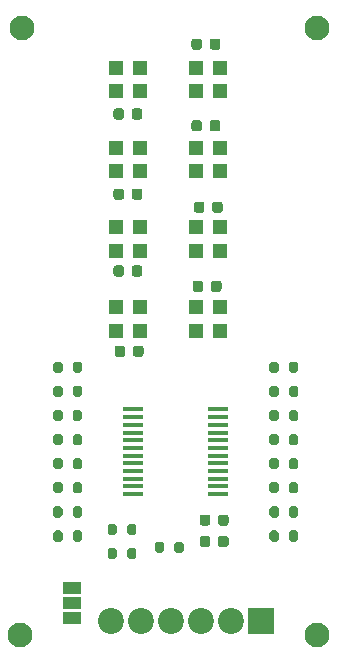
<source format=gts>
%TF.GenerationSoftware,KiCad,Pcbnew,(5.1.12)-1*%
%TF.CreationDate,2022-08-18T12:28:12-07:00*%
%TF.ProjectId,HighPressureSensorArray,48696768-5072-4657-9373-75726553656e,rev?*%
%TF.SameCoordinates,Original*%
%TF.FileFunction,Soldermask,Top*%
%TF.FilePolarity,Negative*%
%FSLAX46Y46*%
G04 Gerber Fmt 4.6, Leading zero omitted, Abs format (unit mm)*
G04 Created by KiCad (PCBNEW (5.1.12)-1) date 2022-08-18 12:28:12*
%MOMM*%
%LPD*%
G01*
G04 APERTURE LIST*
%ADD10R,1.750000X0.450000*%
%ADD11R,1.300000X1.300000*%
%ADD12C,2.100000*%
%ADD13R,1.500000X1.000000*%
%ADD14R,2.200000X2.200000*%
%ADD15C,2.200000*%
G04 APERTURE END LIST*
G36*
G01*
X126325000Y-51550000D02*
X126325000Y-51050000D01*
G75*
G02*
X126550000Y-50825000I225000J0D01*
G01*
X127000000Y-50825000D01*
G75*
G02*
X127225000Y-51050000I0J-225000D01*
G01*
X127225000Y-51550000D01*
G75*
G02*
X127000000Y-51775000I-225000J0D01*
G01*
X126550000Y-51775000D01*
G75*
G02*
X126325000Y-51550000I0J225000D01*
G01*
G37*
G36*
G01*
X124775000Y-51550000D02*
X124775000Y-51050000D01*
G75*
G02*
X125000000Y-50825000I225000J0D01*
G01*
X125450000Y-50825000D01*
G75*
G02*
X125675000Y-51050000I0J-225000D01*
G01*
X125675000Y-51550000D01*
G75*
G02*
X125450000Y-51775000I-225000J0D01*
G01*
X125000000Y-51775000D01*
G75*
G02*
X124775000Y-51550000I0J225000D01*
G01*
G37*
G36*
G01*
X124775000Y-58350000D02*
X124775000Y-57850000D01*
G75*
G02*
X125000000Y-57625000I225000J0D01*
G01*
X125450000Y-57625000D01*
G75*
G02*
X125675000Y-57850000I0J-225000D01*
G01*
X125675000Y-58350000D01*
G75*
G02*
X125450000Y-58575000I-225000J0D01*
G01*
X125000000Y-58575000D01*
G75*
G02*
X124775000Y-58350000I0J225000D01*
G01*
G37*
G36*
G01*
X126325000Y-58350000D02*
X126325000Y-57850000D01*
G75*
G02*
X126550000Y-57625000I225000J0D01*
G01*
X127000000Y-57625000D01*
G75*
G02*
X127225000Y-57850000I0J-225000D01*
G01*
X127225000Y-58350000D01*
G75*
G02*
X127000000Y-58575000I-225000J0D01*
G01*
X126550000Y-58575000D01*
G75*
G02*
X126325000Y-58350000I0J225000D01*
G01*
G37*
G36*
G01*
X126325000Y-64850000D02*
X126325000Y-64350000D01*
G75*
G02*
X126550000Y-64125000I225000J0D01*
G01*
X127000000Y-64125000D01*
G75*
G02*
X127225000Y-64350000I0J-225000D01*
G01*
X127225000Y-64850000D01*
G75*
G02*
X127000000Y-65075000I-225000J0D01*
G01*
X126550000Y-65075000D01*
G75*
G02*
X126325000Y-64850000I0J225000D01*
G01*
G37*
G36*
G01*
X124775000Y-64850000D02*
X124775000Y-64350000D01*
G75*
G02*
X125000000Y-64125000I225000J0D01*
G01*
X125450000Y-64125000D01*
G75*
G02*
X125675000Y-64350000I0J-225000D01*
G01*
X125675000Y-64850000D01*
G75*
G02*
X125450000Y-65075000I-225000J0D01*
G01*
X125000000Y-65075000D01*
G75*
G02*
X124775000Y-64850000I0J225000D01*
G01*
G37*
G36*
G01*
X124875000Y-71650000D02*
X124875000Y-71150000D01*
G75*
G02*
X125100000Y-70925000I225000J0D01*
G01*
X125550000Y-70925000D01*
G75*
G02*
X125775000Y-71150000I0J-225000D01*
G01*
X125775000Y-71650000D01*
G75*
G02*
X125550000Y-71875000I-225000J0D01*
G01*
X125100000Y-71875000D01*
G75*
G02*
X124875000Y-71650000I0J225000D01*
G01*
G37*
G36*
G01*
X126425000Y-71650000D02*
X126425000Y-71150000D01*
G75*
G02*
X126650000Y-70925000I225000J0D01*
G01*
X127100000Y-70925000D01*
G75*
G02*
X127325000Y-71150000I0J-225000D01*
G01*
X127325000Y-71650000D01*
G75*
G02*
X127100000Y-71875000I-225000J0D01*
G01*
X126650000Y-71875000D01*
G75*
G02*
X126425000Y-71650000I0J225000D01*
G01*
G37*
G36*
G01*
X132275000Y-45150000D02*
X132275000Y-45650000D01*
G75*
G02*
X132050000Y-45875000I-225000J0D01*
G01*
X131600000Y-45875000D01*
G75*
G02*
X131375000Y-45650000I0J225000D01*
G01*
X131375000Y-45150000D01*
G75*
G02*
X131600000Y-44925000I225000J0D01*
G01*
X132050000Y-44925000D01*
G75*
G02*
X132275000Y-45150000I0J-225000D01*
G01*
G37*
G36*
G01*
X133825000Y-45150000D02*
X133825000Y-45650000D01*
G75*
G02*
X133600000Y-45875000I-225000J0D01*
G01*
X133150000Y-45875000D01*
G75*
G02*
X132925000Y-45650000I0J225000D01*
G01*
X132925000Y-45150000D01*
G75*
G02*
X133150000Y-44925000I225000J0D01*
G01*
X133600000Y-44925000D01*
G75*
G02*
X133825000Y-45150000I0J-225000D01*
G01*
G37*
G36*
G01*
X133825000Y-52050000D02*
X133825000Y-52550000D01*
G75*
G02*
X133600000Y-52775000I-225000J0D01*
G01*
X133150000Y-52775000D01*
G75*
G02*
X132925000Y-52550000I0J225000D01*
G01*
X132925000Y-52050000D01*
G75*
G02*
X133150000Y-51825000I225000J0D01*
G01*
X133600000Y-51825000D01*
G75*
G02*
X133825000Y-52050000I0J-225000D01*
G01*
G37*
G36*
G01*
X132275000Y-52050000D02*
X132275000Y-52550000D01*
G75*
G02*
X132050000Y-52775000I-225000J0D01*
G01*
X131600000Y-52775000D01*
G75*
G02*
X131375000Y-52550000I0J225000D01*
G01*
X131375000Y-52050000D01*
G75*
G02*
X131600000Y-51825000I225000J0D01*
G01*
X132050000Y-51825000D01*
G75*
G02*
X132275000Y-52050000I0J-225000D01*
G01*
G37*
G36*
G01*
X134025000Y-58950000D02*
X134025000Y-59450000D01*
G75*
G02*
X133800000Y-59675000I-225000J0D01*
G01*
X133350000Y-59675000D01*
G75*
G02*
X133125000Y-59450000I0J225000D01*
G01*
X133125000Y-58950000D01*
G75*
G02*
X133350000Y-58725000I225000J0D01*
G01*
X133800000Y-58725000D01*
G75*
G02*
X134025000Y-58950000I0J-225000D01*
G01*
G37*
G36*
G01*
X132475000Y-58950000D02*
X132475000Y-59450000D01*
G75*
G02*
X132250000Y-59675000I-225000J0D01*
G01*
X131800000Y-59675000D01*
G75*
G02*
X131575000Y-59450000I0J225000D01*
G01*
X131575000Y-58950000D01*
G75*
G02*
X131800000Y-58725000I225000J0D01*
G01*
X132250000Y-58725000D01*
G75*
G02*
X132475000Y-58950000I0J-225000D01*
G01*
G37*
G36*
G01*
X132375000Y-65650000D02*
X132375000Y-66150000D01*
G75*
G02*
X132150000Y-66375000I-225000J0D01*
G01*
X131700000Y-66375000D01*
G75*
G02*
X131475000Y-66150000I0J225000D01*
G01*
X131475000Y-65650000D01*
G75*
G02*
X131700000Y-65425000I225000J0D01*
G01*
X132150000Y-65425000D01*
G75*
G02*
X132375000Y-65650000I0J-225000D01*
G01*
G37*
G36*
G01*
X133925000Y-65650000D02*
X133925000Y-66150000D01*
G75*
G02*
X133700000Y-66375000I-225000J0D01*
G01*
X133250000Y-66375000D01*
G75*
G02*
X133025000Y-66150000I0J225000D01*
G01*
X133025000Y-65650000D01*
G75*
G02*
X133250000Y-65425000I225000J0D01*
G01*
X133700000Y-65425000D01*
G75*
G02*
X133925000Y-65650000I0J-225000D01*
G01*
G37*
G36*
G01*
X132075000Y-85950000D02*
X132075000Y-85450000D01*
G75*
G02*
X132300000Y-85225000I225000J0D01*
G01*
X132750000Y-85225000D01*
G75*
G02*
X132975000Y-85450000I0J-225000D01*
G01*
X132975000Y-85950000D01*
G75*
G02*
X132750000Y-86175000I-225000J0D01*
G01*
X132300000Y-86175000D01*
G75*
G02*
X132075000Y-85950000I0J225000D01*
G01*
G37*
G36*
G01*
X133625000Y-85950000D02*
X133625000Y-85450000D01*
G75*
G02*
X133850000Y-85225000I225000J0D01*
G01*
X134300000Y-85225000D01*
G75*
G02*
X134525000Y-85450000I0J-225000D01*
G01*
X134525000Y-85950000D01*
G75*
G02*
X134300000Y-86175000I-225000J0D01*
G01*
X133850000Y-86175000D01*
G75*
G02*
X133625000Y-85950000I0J225000D01*
G01*
G37*
G36*
G01*
X133625000Y-87750000D02*
X133625000Y-87250000D01*
G75*
G02*
X133850000Y-87025000I225000J0D01*
G01*
X134300000Y-87025000D01*
G75*
G02*
X134525000Y-87250000I0J-225000D01*
G01*
X134525000Y-87750000D01*
G75*
G02*
X134300000Y-87975000I-225000J0D01*
G01*
X133850000Y-87975000D01*
G75*
G02*
X133625000Y-87750000I0J225000D01*
G01*
G37*
G36*
G01*
X132075000Y-87750000D02*
X132075000Y-87250000D01*
G75*
G02*
X132300000Y-87025000I225000J0D01*
G01*
X132750000Y-87025000D01*
G75*
G02*
X132975000Y-87250000I0J-225000D01*
G01*
X132975000Y-87750000D01*
G75*
G02*
X132750000Y-87975000I-225000J0D01*
G01*
X132300000Y-87975000D01*
G75*
G02*
X132075000Y-87750000I0J225000D01*
G01*
G37*
G36*
G01*
X138775000Y-74522958D02*
X138775000Y-75072958D01*
G75*
G02*
X138575000Y-75272958I-200000J0D01*
G01*
X138175000Y-75272958D01*
G75*
G02*
X137975000Y-75072958I0J200000D01*
G01*
X137975000Y-74522958D01*
G75*
G02*
X138175000Y-74322958I200000J0D01*
G01*
X138575000Y-74322958D01*
G75*
G02*
X138775000Y-74522958I0J-200000D01*
G01*
G37*
G36*
G01*
X140425000Y-74522958D02*
X140425000Y-75072958D01*
G75*
G02*
X140225000Y-75272958I-200000J0D01*
G01*
X139825000Y-75272958D01*
G75*
G02*
X139625000Y-75072958I0J200000D01*
G01*
X139625000Y-74522958D01*
G75*
G02*
X139825000Y-74322958I200000J0D01*
G01*
X140225000Y-74322958D01*
G75*
G02*
X140425000Y-74522958I0J-200000D01*
G01*
G37*
G36*
G01*
X140425000Y-72482142D02*
X140425000Y-73032142D01*
G75*
G02*
X140225000Y-73232142I-200000J0D01*
G01*
X139825000Y-73232142D01*
G75*
G02*
X139625000Y-73032142I0J200000D01*
G01*
X139625000Y-72482142D01*
G75*
G02*
X139825000Y-72282142I200000J0D01*
G01*
X140225000Y-72282142D01*
G75*
G02*
X140425000Y-72482142I0J-200000D01*
G01*
G37*
G36*
G01*
X138775000Y-72482142D02*
X138775000Y-73032142D01*
G75*
G02*
X138575000Y-73232142I-200000J0D01*
G01*
X138175000Y-73232142D01*
G75*
G02*
X137975000Y-73032142I0J200000D01*
G01*
X137975000Y-72482142D01*
G75*
G02*
X138175000Y-72282142I200000J0D01*
G01*
X138575000Y-72282142D01*
G75*
G02*
X138775000Y-72482142I0J-200000D01*
G01*
G37*
G36*
G01*
X140425000Y-78604590D02*
X140425000Y-79154590D01*
G75*
G02*
X140225000Y-79354590I-200000J0D01*
G01*
X139825000Y-79354590D01*
G75*
G02*
X139625000Y-79154590I0J200000D01*
G01*
X139625000Y-78604590D01*
G75*
G02*
X139825000Y-78404590I200000J0D01*
G01*
X140225000Y-78404590D01*
G75*
G02*
X140425000Y-78604590I0J-200000D01*
G01*
G37*
G36*
G01*
X138775000Y-78604590D02*
X138775000Y-79154590D01*
G75*
G02*
X138575000Y-79354590I-200000J0D01*
G01*
X138175000Y-79354590D01*
G75*
G02*
X137975000Y-79154590I0J200000D01*
G01*
X137975000Y-78604590D01*
G75*
G02*
X138175000Y-78404590I200000J0D01*
G01*
X138575000Y-78404590D01*
G75*
G02*
X138775000Y-78604590I0J-200000D01*
G01*
G37*
G36*
G01*
X138775000Y-76563774D02*
X138775000Y-77113774D01*
G75*
G02*
X138575000Y-77313774I-200000J0D01*
G01*
X138175000Y-77313774D01*
G75*
G02*
X137975000Y-77113774I0J200000D01*
G01*
X137975000Y-76563774D01*
G75*
G02*
X138175000Y-76363774I200000J0D01*
G01*
X138575000Y-76363774D01*
G75*
G02*
X138775000Y-76563774I0J-200000D01*
G01*
G37*
G36*
G01*
X140425000Y-76563774D02*
X140425000Y-77113774D01*
G75*
G02*
X140225000Y-77313774I-200000J0D01*
G01*
X139825000Y-77313774D01*
G75*
G02*
X139625000Y-77113774I0J200000D01*
G01*
X139625000Y-76563774D01*
G75*
G02*
X139825000Y-76363774I200000J0D01*
G01*
X140225000Y-76363774D01*
G75*
G02*
X140425000Y-76563774I0J-200000D01*
G01*
G37*
G36*
G01*
X138775000Y-82686222D02*
X138775000Y-83236222D01*
G75*
G02*
X138575000Y-83436222I-200000J0D01*
G01*
X138175000Y-83436222D01*
G75*
G02*
X137975000Y-83236222I0J200000D01*
G01*
X137975000Y-82686222D01*
G75*
G02*
X138175000Y-82486222I200000J0D01*
G01*
X138575000Y-82486222D01*
G75*
G02*
X138775000Y-82686222I0J-200000D01*
G01*
G37*
G36*
G01*
X140425000Y-82686222D02*
X140425000Y-83236222D01*
G75*
G02*
X140225000Y-83436222I-200000J0D01*
G01*
X139825000Y-83436222D01*
G75*
G02*
X139625000Y-83236222I0J200000D01*
G01*
X139625000Y-82686222D01*
G75*
G02*
X139825000Y-82486222I200000J0D01*
G01*
X140225000Y-82486222D01*
G75*
G02*
X140425000Y-82686222I0J-200000D01*
G01*
G37*
G36*
G01*
X140425000Y-80645406D02*
X140425000Y-81195406D01*
G75*
G02*
X140225000Y-81395406I-200000J0D01*
G01*
X139825000Y-81395406D01*
G75*
G02*
X139625000Y-81195406I0J200000D01*
G01*
X139625000Y-80645406D01*
G75*
G02*
X139825000Y-80445406I200000J0D01*
G01*
X140225000Y-80445406D01*
G75*
G02*
X140425000Y-80645406I0J-200000D01*
G01*
G37*
G36*
G01*
X138775000Y-80645406D02*
X138775000Y-81195406D01*
G75*
G02*
X138575000Y-81395406I-200000J0D01*
G01*
X138175000Y-81395406D01*
G75*
G02*
X137975000Y-81195406I0J200000D01*
G01*
X137975000Y-80645406D01*
G75*
G02*
X138175000Y-80445406I200000J0D01*
G01*
X138575000Y-80445406D01*
G75*
G02*
X138775000Y-80645406I0J-200000D01*
G01*
G37*
G36*
G01*
X140425000Y-86767857D02*
X140425000Y-87317857D01*
G75*
G02*
X140225000Y-87517857I-200000J0D01*
G01*
X139825000Y-87517857D01*
G75*
G02*
X139625000Y-87317857I0J200000D01*
G01*
X139625000Y-86767857D01*
G75*
G02*
X139825000Y-86567857I200000J0D01*
G01*
X140225000Y-86567857D01*
G75*
G02*
X140425000Y-86767857I0J-200000D01*
G01*
G37*
G36*
G01*
X138775000Y-86767857D02*
X138775000Y-87317857D01*
G75*
G02*
X138575000Y-87517857I-200000J0D01*
G01*
X138175000Y-87517857D01*
G75*
G02*
X137975000Y-87317857I0J200000D01*
G01*
X137975000Y-86767857D01*
G75*
G02*
X138175000Y-86567857I200000J0D01*
G01*
X138575000Y-86567857D01*
G75*
G02*
X138775000Y-86767857I0J-200000D01*
G01*
G37*
G36*
G01*
X138775000Y-84727038D02*
X138775000Y-85277038D01*
G75*
G02*
X138575000Y-85477038I-200000J0D01*
G01*
X138175000Y-85477038D01*
G75*
G02*
X137975000Y-85277038I0J200000D01*
G01*
X137975000Y-84727038D01*
G75*
G02*
X138175000Y-84527038I200000J0D01*
G01*
X138575000Y-84527038D01*
G75*
G02*
X138775000Y-84727038I0J-200000D01*
G01*
G37*
G36*
G01*
X140425000Y-84727038D02*
X140425000Y-85277038D01*
G75*
G02*
X140225000Y-85477038I-200000J0D01*
G01*
X139825000Y-85477038D01*
G75*
G02*
X139625000Y-85277038I0J200000D01*
G01*
X139625000Y-84727038D01*
G75*
G02*
X139825000Y-84527038I200000J0D01*
G01*
X140225000Y-84527038D01*
G75*
G02*
X140425000Y-84727038I0J-200000D01*
G01*
G37*
G36*
G01*
X119675000Y-85276016D02*
X119675000Y-84726016D01*
G75*
G02*
X119875000Y-84526016I200000J0D01*
G01*
X120275000Y-84526016D01*
G75*
G02*
X120475000Y-84726016I0J-200000D01*
G01*
X120475000Y-85276016D01*
G75*
G02*
X120275000Y-85476016I-200000J0D01*
G01*
X119875000Y-85476016D01*
G75*
G02*
X119675000Y-85276016I0J200000D01*
G01*
G37*
G36*
G01*
X121325000Y-85276016D02*
X121325000Y-84726016D01*
G75*
G02*
X121525000Y-84526016I200000J0D01*
G01*
X121925000Y-84526016D01*
G75*
G02*
X122125000Y-84726016I0J-200000D01*
G01*
X122125000Y-85276016D01*
G75*
G02*
X121925000Y-85476016I-200000J0D01*
G01*
X121525000Y-85476016D01*
G75*
G02*
X121325000Y-85276016I0J200000D01*
G01*
G37*
G36*
G01*
X119675000Y-87317857D02*
X119675000Y-86767857D01*
G75*
G02*
X119875000Y-86567857I200000J0D01*
G01*
X120275000Y-86567857D01*
G75*
G02*
X120475000Y-86767857I0J-200000D01*
G01*
X120475000Y-87317857D01*
G75*
G02*
X120275000Y-87517857I-200000J0D01*
G01*
X119875000Y-87517857D01*
G75*
G02*
X119675000Y-87317857I0J200000D01*
G01*
G37*
G36*
G01*
X121325000Y-87317857D02*
X121325000Y-86767857D01*
G75*
G02*
X121525000Y-86567857I200000J0D01*
G01*
X121925000Y-86567857D01*
G75*
G02*
X122125000Y-86767857I0J-200000D01*
G01*
X122125000Y-87317857D01*
G75*
G02*
X121925000Y-87517857I-200000J0D01*
G01*
X121525000Y-87517857D01*
G75*
G02*
X121325000Y-87317857I0J200000D01*
G01*
G37*
G36*
G01*
X119675000Y-81192344D02*
X119675000Y-80642344D01*
G75*
G02*
X119875000Y-80442344I200000J0D01*
G01*
X120275000Y-80442344D01*
G75*
G02*
X120475000Y-80642344I0J-200000D01*
G01*
X120475000Y-81192344D01*
G75*
G02*
X120275000Y-81392344I-200000J0D01*
G01*
X119875000Y-81392344D01*
G75*
G02*
X119675000Y-81192344I0J200000D01*
G01*
G37*
G36*
G01*
X121325000Y-81192344D02*
X121325000Y-80642344D01*
G75*
G02*
X121525000Y-80442344I200000J0D01*
G01*
X121925000Y-80442344D01*
G75*
G02*
X122125000Y-80642344I0J-200000D01*
G01*
X122125000Y-81192344D01*
G75*
G02*
X121925000Y-81392344I-200000J0D01*
G01*
X121525000Y-81392344D01*
G75*
G02*
X121325000Y-81192344I0J200000D01*
G01*
G37*
G36*
G01*
X121325000Y-83234180D02*
X121325000Y-82684180D01*
G75*
G02*
X121525000Y-82484180I200000J0D01*
G01*
X121925000Y-82484180D01*
G75*
G02*
X122125000Y-82684180I0J-200000D01*
G01*
X122125000Y-83234180D01*
G75*
G02*
X121925000Y-83434180I-200000J0D01*
G01*
X121525000Y-83434180D01*
G75*
G02*
X121325000Y-83234180I0J200000D01*
G01*
G37*
G36*
G01*
X119675000Y-83234180D02*
X119675000Y-82684180D01*
G75*
G02*
X119875000Y-82484180I200000J0D01*
G01*
X120275000Y-82484180D01*
G75*
G02*
X120475000Y-82684180I0J-200000D01*
G01*
X120475000Y-83234180D01*
G75*
G02*
X120275000Y-83434180I-200000J0D01*
G01*
X119875000Y-83434180D01*
G75*
G02*
X119675000Y-83234180I0J200000D01*
G01*
G37*
G36*
G01*
X119675000Y-77108672D02*
X119675000Y-76558672D01*
G75*
G02*
X119875000Y-76358672I200000J0D01*
G01*
X120275000Y-76358672D01*
G75*
G02*
X120475000Y-76558672I0J-200000D01*
G01*
X120475000Y-77108672D01*
G75*
G02*
X120275000Y-77308672I-200000J0D01*
G01*
X119875000Y-77308672D01*
G75*
G02*
X119675000Y-77108672I0J200000D01*
G01*
G37*
G36*
G01*
X121325000Y-77108672D02*
X121325000Y-76558672D01*
G75*
G02*
X121525000Y-76358672I200000J0D01*
G01*
X121925000Y-76358672D01*
G75*
G02*
X122125000Y-76558672I0J-200000D01*
G01*
X122125000Y-77108672D01*
G75*
G02*
X121925000Y-77308672I-200000J0D01*
G01*
X121525000Y-77308672D01*
G75*
G02*
X121325000Y-77108672I0J200000D01*
G01*
G37*
G36*
G01*
X121325000Y-79150508D02*
X121325000Y-78600508D01*
G75*
G02*
X121525000Y-78400508I200000J0D01*
G01*
X121925000Y-78400508D01*
G75*
G02*
X122125000Y-78600508I0J-200000D01*
G01*
X122125000Y-79150508D01*
G75*
G02*
X121925000Y-79350508I-200000J0D01*
G01*
X121525000Y-79350508D01*
G75*
G02*
X121325000Y-79150508I0J200000D01*
G01*
G37*
G36*
G01*
X119675000Y-79150508D02*
X119675000Y-78600508D01*
G75*
G02*
X119875000Y-78400508I200000J0D01*
G01*
X120275000Y-78400508D01*
G75*
G02*
X120475000Y-78600508I0J-200000D01*
G01*
X120475000Y-79150508D01*
G75*
G02*
X120275000Y-79350508I-200000J0D01*
G01*
X119875000Y-79350508D01*
G75*
G02*
X119675000Y-79150508I0J200000D01*
G01*
G37*
G36*
G01*
X119675000Y-73025000D02*
X119675000Y-72475000D01*
G75*
G02*
X119875000Y-72275000I200000J0D01*
G01*
X120275000Y-72275000D01*
G75*
G02*
X120475000Y-72475000I0J-200000D01*
G01*
X120475000Y-73025000D01*
G75*
G02*
X120275000Y-73225000I-200000J0D01*
G01*
X119875000Y-73225000D01*
G75*
G02*
X119675000Y-73025000I0J200000D01*
G01*
G37*
G36*
G01*
X121325000Y-73025000D02*
X121325000Y-72475000D01*
G75*
G02*
X121525000Y-72275000I200000J0D01*
G01*
X121925000Y-72275000D01*
G75*
G02*
X122125000Y-72475000I0J-200000D01*
G01*
X122125000Y-73025000D01*
G75*
G02*
X121925000Y-73225000I-200000J0D01*
G01*
X121525000Y-73225000D01*
G75*
G02*
X121325000Y-73025000I0J200000D01*
G01*
G37*
G36*
G01*
X121325000Y-75066836D02*
X121325000Y-74516836D01*
G75*
G02*
X121525000Y-74316836I200000J0D01*
G01*
X121925000Y-74316836D01*
G75*
G02*
X122125000Y-74516836I0J-200000D01*
G01*
X122125000Y-75066836D01*
G75*
G02*
X121925000Y-75266836I-200000J0D01*
G01*
X121525000Y-75266836D01*
G75*
G02*
X121325000Y-75066836I0J200000D01*
G01*
G37*
G36*
G01*
X119675000Y-75066836D02*
X119675000Y-74516836D01*
G75*
G02*
X119875000Y-74316836I200000J0D01*
G01*
X120275000Y-74316836D01*
G75*
G02*
X120475000Y-74516836I0J-200000D01*
G01*
X120475000Y-75066836D01*
G75*
G02*
X120275000Y-75266836I-200000J0D01*
G01*
X119875000Y-75266836D01*
G75*
G02*
X119675000Y-75066836I0J200000D01*
G01*
G37*
G36*
G01*
X126725000Y-88225000D02*
X126725000Y-88775000D01*
G75*
G02*
X126525000Y-88975000I-200000J0D01*
G01*
X126125000Y-88975000D01*
G75*
G02*
X125925000Y-88775000I0J200000D01*
G01*
X125925000Y-88225000D01*
G75*
G02*
X126125000Y-88025000I200000J0D01*
G01*
X126525000Y-88025000D01*
G75*
G02*
X126725000Y-88225000I0J-200000D01*
G01*
G37*
G36*
G01*
X125075000Y-88225000D02*
X125075000Y-88775000D01*
G75*
G02*
X124875000Y-88975000I-200000J0D01*
G01*
X124475000Y-88975000D01*
G75*
G02*
X124275000Y-88775000I0J200000D01*
G01*
X124275000Y-88225000D01*
G75*
G02*
X124475000Y-88025000I200000J0D01*
G01*
X124875000Y-88025000D01*
G75*
G02*
X125075000Y-88225000I0J-200000D01*
G01*
G37*
G36*
G01*
X125075000Y-86225000D02*
X125075000Y-86775000D01*
G75*
G02*
X124875000Y-86975000I-200000J0D01*
G01*
X124475000Y-86975000D01*
G75*
G02*
X124275000Y-86775000I0J200000D01*
G01*
X124275000Y-86225000D01*
G75*
G02*
X124475000Y-86025000I200000J0D01*
G01*
X124875000Y-86025000D01*
G75*
G02*
X125075000Y-86225000I0J-200000D01*
G01*
G37*
G36*
G01*
X126725000Y-86225000D02*
X126725000Y-86775000D01*
G75*
G02*
X126525000Y-86975000I-200000J0D01*
G01*
X126125000Y-86975000D01*
G75*
G02*
X125925000Y-86775000I0J200000D01*
G01*
X125925000Y-86225000D01*
G75*
G02*
X126125000Y-86025000I200000J0D01*
G01*
X126525000Y-86025000D01*
G75*
G02*
X126725000Y-86225000I0J-200000D01*
G01*
G37*
G36*
G01*
X129075000Y-87725000D02*
X129075000Y-88275000D01*
G75*
G02*
X128875000Y-88475000I-200000J0D01*
G01*
X128475000Y-88475000D01*
G75*
G02*
X128275000Y-88275000I0J200000D01*
G01*
X128275000Y-87725000D01*
G75*
G02*
X128475000Y-87525000I200000J0D01*
G01*
X128875000Y-87525000D01*
G75*
G02*
X129075000Y-87725000I0J-200000D01*
G01*
G37*
G36*
G01*
X130725000Y-87725000D02*
X130725000Y-88275000D01*
G75*
G02*
X130525000Y-88475000I-200000J0D01*
G01*
X130125000Y-88475000D01*
G75*
G02*
X129925000Y-88275000I0J200000D01*
G01*
X129925000Y-87725000D01*
G75*
G02*
X130125000Y-87525000I200000J0D01*
G01*
X130525000Y-87525000D01*
G75*
G02*
X130725000Y-87725000I0J-200000D01*
G01*
G37*
D10*
X133600000Y-83475000D03*
X133600000Y-82825000D03*
X133600000Y-82175000D03*
X133600000Y-81525000D03*
X133600000Y-80875000D03*
X133600000Y-80225000D03*
X133600000Y-79575000D03*
X133600000Y-78925000D03*
X133600000Y-78275000D03*
X133600000Y-77625000D03*
X133600000Y-76975000D03*
X133600000Y-76325000D03*
X126400000Y-76325000D03*
X126400000Y-76975000D03*
X126400000Y-77625000D03*
X126400000Y-78275000D03*
X126400000Y-78925000D03*
X126400000Y-79575000D03*
X126400000Y-80225000D03*
X126400000Y-80875000D03*
X126400000Y-81525000D03*
X126400000Y-82175000D03*
X126400000Y-82825000D03*
X126400000Y-83475000D03*
D11*
X133762600Y-67650400D03*
X133762600Y-69650400D03*
X131762600Y-67650400D03*
X131762600Y-69650400D03*
X133762600Y-60900400D03*
X133762600Y-62900400D03*
X131762600Y-60900400D03*
X131762600Y-62900400D03*
X133762600Y-54150400D03*
X133762600Y-56150400D03*
X131762600Y-54150400D03*
X131762600Y-56150400D03*
X131762600Y-49400400D03*
X131762600Y-47400400D03*
X133762600Y-49400400D03*
X133762600Y-47400400D03*
X125012600Y-49400400D03*
X125012600Y-47400400D03*
X127012600Y-49400400D03*
X127012600Y-47400400D03*
X127012600Y-54150400D03*
X127012600Y-56150400D03*
X125012600Y-54150400D03*
X125012600Y-56150400D03*
X125012600Y-62900400D03*
X125012600Y-60900400D03*
X127012600Y-62900400D03*
X127012600Y-60900400D03*
X125012600Y-69650400D03*
X125012600Y-67650400D03*
X127012600Y-69650400D03*
X127012600Y-67650400D03*
D12*
X117000000Y-44000000D03*
X142000000Y-44000000D03*
X142000000Y-95400000D03*
X116900000Y-95400000D03*
D13*
X121250000Y-94000000D03*
X121250000Y-91400000D03*
X121250000Y-92700000D03*
D14*
X137300000Y-94200000D03*
D15*
X134760000Y-94200000D03*
X132220000Y-94200000D03*
X129680000Y-94200000D03*
X127140000Y-94200000D03*
X124600000Y-94200000D03*
M02*

</source>
